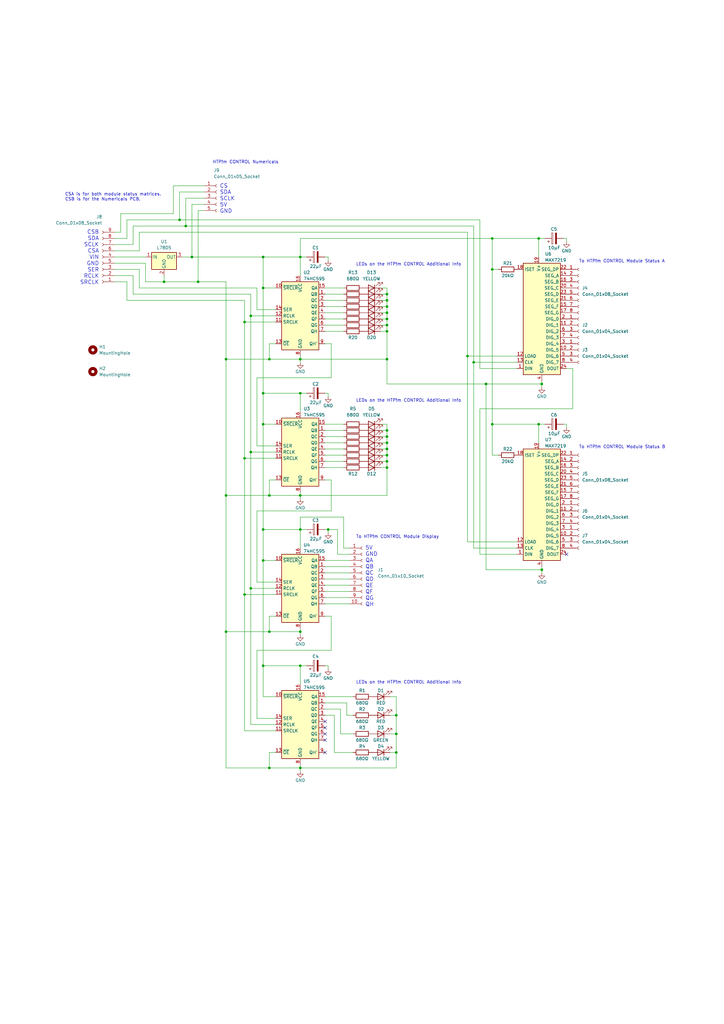
<source format=kicad_sch>
(kicad_sch (version 20230121) (generator eeschema)
  (paper "A3" portrait)
  (title_block (title "HTP!m CONTROL Additional Info") (date "2023-10-14") (rev "1") (company "shawnd.xyz") (comment 2 "circuits as well as maintaining 20 LEDs of its own.") (comment 3 "The HTP!m CONTROL Additional Info circuit controls all the other HTP!m CONTROL display"))
  (lib_symbols
    (symbol "74HC595_1"
      (property "Reference" "U3" (at 1.27 16.51 0))
      (property "Value" "74HC595" (at 1.27 13.97 0))
      (symbol "74HC595_1_1_0"
        (pin tri_state line (at 10.16 7.62 180) (length 2.54) (name "QB") (number "1"))
        (pin input line (at -10.16 10.16 0) (length 2.54) (name "~{SRCLR}") (number "10"))
        (pin input line (at -10.16 -3.81 0) (length 2.54) (name "SRCLK") (number "11"))
        (pin input line (at -10.16 -1.27 0) (length 2.54) (name "RCLK") (number "12"))
        (pin input line (at -10.16 -12.7 0) (length 2.54) (name "~{OE}") (number "13"))
        (pin input line (at -10.16 1.27 0) (length 2.54) (name "SER") (number "14"))
        (pin tri_state line (at 10.16 10.16 180) (length 2.54) (name "QA") (number "15"))
        (pin power_in line (at 0 15.24 270) (length 2.54) (name "VCC") (number "16"))
        (pin tri_state line (at 10.16 5.08 180) (length 2.54) (name "QC") (number "2"))
        (pin tri_state line (at 10.16 2.54 180) (length 2.54) (name "QD") (number "3"))
        (pin tri_state line (at 10.16 0 180) (length 2.54) (name "QE") (number "4"))
        (pin tri_state line (at 10.16 -2.54 180) (length 2.54) (name "QF") (number "5"))
        (pin tri_state line (at 10.16 -5.08 180) (length 2.54) (name "QG") (number "6"))
        (pin tri_state line (at 10.16 -7.62 180) (length 2.54) (name "QH") (number "7"))
        (pin power_in line (at 0 -17.78 90) (length 2.54) (name "GND") (number "8"))
        (pin output line (at 10.16 -12.7 180) (length 2.54) (name "QH'") (number "9"))
      )
    )
    (symbol "Connector:Conn_01x04_Socket" (pin_names (offset 1.016) hide)
      (property "Reference" "J" (at 0 5.08 0))
      (property "Value" "Conn_01x04_Socket" (at 0 -7.62 0))
      (symbol "Conn_01x04_Socket_1_1"
        (pin passive line (at -5.08 2.54 0) (length 3.81) (name "Pin_1") (number "1"))
        (pin passive line (at -5.08 0 0) (length 3.81) (name "Pin_2") (number "2"))
        (pin passive line (at -5.08 -2.54 0) (length 3.81) (name "Pin_3") (number "3"))
        (pin passive line (at -5.08 -5.08 0) (length 3.81) (name "Pin_4") (number "4"))
      )
    )
    (symbol "Connector:Conn_01x05_Socket" (pin_names (offset 1.016) hide)
      (property "Reference" "J" (at 0 7.62 0))
      (property "Value" "Conn_01x05_Socket" (at 0 -7.62 0))
      (symbol "Conn_01x05_Socket_1_1"
        (pin passive line (at -5.08 5.08 0) (length 3.81) (name "Pin_1") (number "1"))
        (pin passive line (at -5.08 2.54 0) (length 3.81) (name "Pin_2") (number "2"))
        (pin passive line (at -5.08 0 0) (length 3.81) (name "Pin_3") (number "3"))
        (pin passive line (at -5.08 -2.54 0) (length 3.81) (name "Pin_4") (number "4"))
        (pin passive line (at -5.08 -5.08 0) (length 3.81) (name "Pin_5") (number "5"))
      )
    )
    (symbol "Connector:Conn_01x08_Socket" (pin_names (offset 1.016) hide)
      (property "Reference" "J" (at 0 10.16 0))
      (property "Value" "Conn_01x08_Socket" (at 0 -12.7 0))
      (symbol "Conn_01x08_Socket_1_1"
        (pin passive line (at -5.08 7.62 0) (length 3.81) (name "Pin_1") (number "1"))
        (pin passive line (at -5.08 5.08 0) (length 3.81) (name "Pin_2") (number "2"))
        (pin passive line (at -5.08 2.54 0) (length 3.81) (name "Pin_3") (number "3"))
        (pin passive line (at -5.08 0 0) (length 3.81) (name "Pin_4") (number "4"))
        (pin passive line (at -5.08 -2.54 0) (length 3.81) (name "Pin_5") (number "5"))
        (pin passive line (at -5.08 -5.08 0) (length 3.81) (name "Pin_6") (number "6"))
        (pin passive line (at -5.08 -7.62 0) (length 3.81) (name "Pin_7") (number "7"))
        (pin passive line (at -5.08 -10.16 0) (length 3.81) (name "Pin_8") (number "8"))
      )
    )
    (symbol "Connector:Conn_01x09_Socket" (pin_names (offset 1.016) hide)
      (property "Reference" "J8" (at 0 -16.51 0))
      (property "Value" "Conn_01x08_Socket" (at 0 -13.97 0))
      (symbol "Conn_01x09_Socket_1_1"
        (pin passive line (at -5.08 10.16 0) (length 3.81) (name "Pin_1") (number "1"))
        (pin passive line (at -5.08 7.62 0) (length 3.81) (name "Pin_2") (number "2"))
        (pin passive line (at -5.08 5.08 0) (length 3.81) (name "Pin_3") (number "3"))
        (pin passive line (at -5.08 0 0) (length 3.81) (name "Pin_4") (number "4"))
        (pin passive line (at -5.08 2.54 0) (length 3.81) (name "Pin_5") (number "5"))
        (pin passive line (at -5.08 -2.54 0) (length 3.81) (name "Pin_6") (number "6"))
        (pin passive line (at -5.08 -5.08 0) (length 3.81) (name "Pin_7") (number "7"))
        (pin passive line (at -5.08 -7.62 0) (length 3.81) (name "Pin_8") (number "8"))
        (pin passive line (at -5.08 -10.16 0) (length 3.81) (name "Pin_9") (number "9"))
      )
    )
    (symbol "Connector:Conn_01x10_Socket" (pin_names (offset 1.016) hide)
      (property "Reference" "J" (at 0 12.7 0))
      (property "Value" "Conn_01x10_Socket" (at 0 -15.24 0))
      (symbol "Conn_01x10_Socket_1_1"
        (pin passive line (at -5.08 10.16 0) (length 3.81) (name "Pin_1") (number "1"))
        (pin passive line (at -5.08 -12.7 0) (length 3.81) (name "Pin_10") (number "10"))
        (pin passive line (at -5.08 7.62 0) (length 3.81) (name "Pin_2") (number "2"))
        (pin passive line (at -5.08 5.08 0) (length 3.81) (name "Pin_3") (number "3"))
        (pin passive line (at -5.08 2.54 0) (length 3.81) (name "Pin_4") (number "4"))
        (pin passive line (at -5.08 0 0) (length 3.81) (name "Pin_5") (number "5"))
        (pin passive line (at -5.08 -2.54 0) (length 3.81) (name "Pin_6") (number "6"))
        (pin passive line (at -5.08 -5.08 0) (length 3.81) (name "Pin_7") (number "7"))
        (pin passive line (at -5.08 -7.62 0) (length 3.81) (name "Pin_8") (number "8"))
        (pin passive line (at -5.08 -10.16 0) (length 3.81) (name "Pin_9") (number "9"))
      )
    )
    (symbol "Device:C_Polarized" (pin_numbers hide) (pin_names (offset 0.254))
      (property "Reference" "C" (at 0.635 2.54 0))
      (property "Value" "C_Polarized" (at 0.635 -2.54 0))
      (symbol "C_Polarized_1_1"
        (pin passive line (at 0 3.81 270) (length 2.794) (name "~") (number "1"))
        (pin passive line (at 0 -3.81 90) (length 2.794) (name "~") (number "2"))
      )
    )
    (symbol "Device:LED" (pin_numbers hide) (pin_names (offset 1.016) hide)
      (property "Reference" "D" (at 0 2.54 0))
      (property "Value" "LED" (at 0 -2.54 0))
      (symbol "LED_1_1"
        (pin passive line (at -3.81 0 0) (length 2.54) (name "K") (number "1"))
        (pin passive line (at 3.81 0 180) (length 2.54) (name "A") (number "2"))
      )
    )
    (symbol "Device:R" (pin_numbers hide) (pin_names (offset 0))
      (property "Reference" "R" (at 2.032 0 90))
      (property "Value" "R" (at 0 0 90))
      (symbol "R_1_1"
        (pin passive line (at 0 3.81 270) (length 1.27) (name "~") (number "1"))
        (pin passive line (at 0 -3.81 90) (length 1.27) (name "~") (number "2"))
      )
    )
    (symbol "Driver_LED:MAX7219"
      (property "Reference" "U7" (at 1.27 26.67 0))
      (property "Value" "MAX7219" (at 1.27 24.13 0))
      (symbol "MAX7219_1_1"
        (pin input line (at -10.16 -20.32 0) (length 2.54) (name "DIN") (number "1"))
        (pin output line (at 10.16 -12.7 180) (length 2.54) (name "DIG_5") (number "10"))
        (pin output line (at 10.16 -2.54 180) (length 2.54) (name "DIG_1") (number "11"))
        (pin input line (at -10.16 -15.24 0) (length 2.54) (name "LOAD") (number "12"))
        (pin input line (at -10.16 -17.78 0) (length 2.54) (name "CLK") (number "13"))
        (pin output line (at 10.16 17.78 180) (length 2.54) (name "SEG_A") (number "14"))
        (pin output line (at 10.16 5.08 180) (length 2.54) (name "SEG_F") (number "15"))
        (pin output line (at 10.16 15.24 180) (length 2.54) (name "SEG_B") (number "16"))
        (pin output line (at 10.16 2.54 180) (length 2.54) (name "SEG_G") (number "17"))
        (pin input line (at -10.16 20.32 0) (length 2.54) (name "ISET") (number "18"))
        (pin power_in line (at -1.27 25.4 270) (length 2.54) (name "V+") (number "19"))
        (pin output line (at 10.16 0 180) (length 2.54) (name "DIG_0") (number "2"))
        (pin output line (at 10.16 12.7 180) (length 2.54) (name "SEG_C") (number "20"))
        (pin output line (at 10.16 7.62 180) (length 2.54) (name "SEG_E") (number "21"))
        (pin output line (at 10.16 20.32 180) (length 2.54) (name "SEG_DP") (number "22"))
        (pin output line (at 10.16 10.16 180) (length 2.54) (name "SEG_D") (number "23"))
        (pin output line (at 10.16 -20.32 180) (length 2.54) (name "DOUT") (number "24"))
        (pin output line (at 10.16 -10.16 180) (length 2.54) (name "DIG_4") (number "3"))
        (pin power_in line (at 0 -25.4 90) (length 2.54) (name "GND") (number "4"))
        (pin output line (at 10.16 -15.24 180) (length 2.54) (name "DIG_6") (number "5"))
        (pin output line (at 10.16 -5.08 180) (length 2.54) (name "DIG_2") (number "6"))
        (pin output line (at 10.16 -7.62 180) (length 2.54) (name "DIG_3") (number "7"))
        (pin output line (at 10.16 -17.78 180) (length 2.54) (name "DIG_7") (number "8"))
        (pin passive line (at 0 -25.4 90) (length 2.54) hide (name "GND") (number "9"))
      )
    )
    (symbol "MAX7219_1"
      (property "Reference" "U6" (at 1.27 26.67 0))
      (property "Value" "MAX7219" (at 1.27 24.13 0))
      (symbol "MAX7219_1_1_1"
        (pin input line (at -10.16 -20.32 0) (length 2.54) (name "DIN") (number "1"))
        (pin output line (at 10.16 -12.7 180) (length 2.54) (name "DIG_5") (number "10"))
        (pin output line (at 10.16 -2.54 180) (length 2.54) (name "DIG_1") (number "11"))
        (pin input line (at -10.16 -15.24 0) (length 2.54) (name "LOAD") (number "12"))
        (pin input line (at -10.16 -17.78 0) (length 2.54) (name "CLK") (number "13"))
        (pin output line (at 10.16 17.78 180) (length 2.54) (name "SEG_A") (number "14"))
        (pin output line (at 10.16 5.08 180) (length 2.54) (name "SEG_F") (number "15"))
        (pin output line (at 10.16 15.24 180) (length 2.54) (name "SEG_B") (number "16"))
        (pin output line (at 10.16 2.54 180) (length 2.54) (name "SEG_G") (number "17"))
        (pin input line (at -10.16 20.32 0) (length 2.54) (name "ISET") (number "18"))
        (pin power_in line (at -1.27 25.4 270) (length 2.54) (name "V+") (number "19"))
        (pin output line (at 10.16 0 180) (length 2.54) (name "DIG_0") (number "2"))
        (pin output line (at 10.16 12.7 180) (length 2.54) (name "SEG_C") (number "20"))
        (pin output line (at 10.16 7.62 180) (length 2.54) (name "SEG_E") (number "21"))
        (pin output line (at 10.16 20.32 180) (length 2.54) (name "SEG_DP") (number "22"))
        (pin output line (at 10.16 10.16 180) (length 2.54) (name "SEG_D") (number "23"))
        (pin output line (at 10.16 -20.32 180) (length 2.54) (name "DOUT") (number "24"))
        (pin output line (at 10.16 -10.16 180) (length 2.54) (name "DIG_4") (number "3"))
        (pin power_in line (at 0 -25.4 90) (length 2.54) (name "GND") (number "4"))
        (pin output line (at 10.16 -15.24 180) (length 2.54) (name "DIG_6") (number "5"))
        (pin output line (at 10.16 -5.08 180) (length 2.54) (name "DIG_2") (number "6"))
        (pin output line (at 10.16 -7.62 180) (length 2.54) (name "DIG_3") (number "7"))
        (pin output line (at 10.16 -17.78 180) (length 2.54) (name "DIG_7") (number "8"))
        (pin passive line (at 0 -25.4 90) (length 2.54) hide (name "GND") (number "9"))
      )
    )
    (symbol "Mechanical:MountingHole" (pin_names (offset 1.016))
      (property "Reference" "H" (at 0 5.08 0))
      (property "Value" "MountingHole" (at 0 3.175 0))
    )
    (symbol "Regulator_Linear:L7805" (pin_names (offset 0.254))
      (property "Reference" "U" (at -3.81 3.175 0))
      (property "Value" "L7805" (at 0 3.175 0))
      (symbol "L7805_1_1"
        (pin power_in line (at -7.62 0 0) (length 2.54) (name "IN") (number "1"))
        (pin power_in line (at 0 -7.62 90) (length 2.54) (name "GND") (number "2"))
        (pin power_out line (at 7.62 0 180) (length 2.54) (name "OUT") (number "3"))
      )
    )
    (symbol "power:GND" (power) (pin_names (offset 0))
      (property "Value" "GND" (at 0 -3.81 0))
      (symbol "GND_1_1"
        (pin power_in line (at 0 0 270) (length 0) hide (name "GND") (number "1"))
      )
    )
  )
  (junction (at 134.62 217.17))
  (junction (at 107.95 217.17))
  (junction (at 100.33 132.08))
  (junction (at 199.39 157.48))
  (junction (at 102.87 241.3))
  (junction (at 78.74 105.41))
  (junction (at 92.71 203.2))
  (junction (at 158.75 176.53))
  (junction (at 110.49 314.96))
  (junction (at 158.75 191.77))
  (junction (at 110.49 203.2))
  (junction (at 162.56 308.61))
  (junction (at 158.75 123.19))
  (junction (at 158.75 135.89))
  (junction (at 222.25 233.68))
  (junction (at 110.49 259.08))
  (junction (at 107.95 229.87))
  (junction (at 222.25 157.48))
  (junction (at 158.75 128.27))
  (junction (at 107.95 173.99))
  (junction (at 107.95 118.11))
  (junction (at 201.93 110.49))
  (junction (at 107.95 105.41))
  (junction (at 194.31 148.59))
  (junction (at 158.75 189.23))
  (junction (at 220.98 97.79))
  (junction (at 123.19 147.32))
  (junction (at 123.19 217.17))
  (junction (at 110.49 147.32))
  (junction (at 107.95 161.29))
  (junction (at 123.19 161.29))
  (junction (at 158.75 186.69))
  (junction (at 100.33 187.96))
  (junction (at 123.19 259.08))
  (junction (at 92.71 147.32))
  (junction (at 81.28 115.57))
  (junction (at 107.95 273.05))
  (junction (at 67.31 115.57))
  (junction (at 201.93 97.79))
  (junction (at 92.71 259.08))
  (junction (at 220.98 173.99))
  (junction (at 100.33 243.84))
  (junction (at 158.75 147.32))
  (junction (at 201.93 173.99))
  (junction (at 102.87 129.54))
  (junction (at 76.2 92.71))
  (junction (at 102.87 185.42))
  (junction (at 162.56 300.99))
  (junction (at 123.19 105.41))
  (junction (at 123.19 314.96))
  (junction (at 191.77 146.05))
  (junction (at 158.75 184.15))
  (junction (at 158.75 120.65))
  (junction (at 158.75 181.61))
  (junction (at 158.75 133.35))
  (junction (at 123.19 273.05))
  (junction (at 162.56 293.37))
  (junction (at 73.66 90.17))
  (junction (at 158.75 130.81))
  (junction (at 158.75 179.07))
  (junction (at 158.75 125.73))
  (junction (at 123.19 203.2))
  (no_connect (at 133.35 308.61))
  (no_connect (at 232.41 227.33))
  (no_connect (at 133.35 303.53))
  (no_connect (at 133.35 295.91))
  (no_connect (at 133.35 300.99))
  (no_connect (at 133.35 298.45))
  (wire (pts (xy 191.77 146.05) (xy 191.77 222.25)))
  (wire (pts (xy 133.35 184.15) (xy 140.97 184.15)))
  (wire (pts (xy 107.95 229.87) (xy 113.03 229.87)))
  (wire (pts (xy 135.89 154.94) (xy 105.41 154.94)))
  (wire (pts (xy 92.71 203.2) (xy 92.71 259.08)))
  (wire (pts (xy 160.02 293.37) (xy 162.56 293.37)))
  (wire (pts (xy 156.21 133.35) (xy 158.75 133.35)))
  (wire (pts (xy 78.74 105.41) (xy 78.74 83.82)))
  (wire (pts (xy 133.35 161.29) (xy 134.62 161.29)))
  (wire (pts (xy 139.7 300.99) (xy 144.78 300.99)))
  (wire (pts (xy 133.35 186.69) (xy 140.97 186.69)))
  (wire (pts (xy 199.39 157.48) (xy 222.25 157.48)))
  (wire (pts (xy 140.97 212.09) (xy 140.97 224.79)))
  (wire (pts (xy 113.03 196.85) (xy 110.49 196.85)))
  (wire (pts (xy 138.43 217.17) (xy 138.43 227.33)))
  (wire (pts (xy 194.31 148.59) (xy 194.31 92.71)))
  (wire (pts (xy 199.39 233.68) (xy 222.25 233.68)))
  (wire (pts (xy 156.21 128.27) (xy 158.75 128.27)))
  (wire (pts (xy 158.75 191.77) (xy 158.75 203.2)))
  (wire (pts (xy 105.41 118.11) (xy 57.15 118.11)))
  (wire (pts (xy 160.02 300.99) (xy 162.56 300.99)))
  (wire (pts (xy 133.35 273.05) (xy 134.62 273.05)))
  (wire (pts (xy 133.35 125.73) (xy 140.97 125.73)))
  (wire (pts (xy 162.56 293.37) (xy 162.56 300.99)))
  (wire (pts (xy 158.75 128.27) (xy 158.75 130.81)))
  (wire (pts (xy 133.35 288.29) (xy 142.24 288.29)))
  (wire (pts (xy 201.93 173.99) (xy 220.98 173.99)))
  (wire (pts (xy 92.71 259.08) (xy 92.71 314.96)))
  (wire (pts (xy 123.19 314.96) (xy 123.19 316.23)))
  (wire (pts (xy 107.95 273.05) (xy 107.95 285.75)))
  (wire (pts (xy 135.89 266.7) (xy 105.41 266.7)))
  (wire (pts (xy 156.21 118.11) (xy 158.75 118.11)))
  (wire (pts (xy 133.35 123.19) (xy 140.97 123.19)))
  (wire (pts (xy 46.99 115.57) (xy 52.07 115.57)))
  (wire (pts (xy 113.03 140.97) (xy 110.49 140.97)))
  (wire (pts (xy 123.19 97.79) (xy 201.93 97.79)))
  (wire (pts (xy 105.41 182.88) (xy 113.03 182.88)))
  (wire (pts (xy 158.75 120.65) (xy 158.75 123.19)))
  (wire (pts (xy 52.07 90.17) (xy 73.66 90.17)))
  (wire (pts (xy 123.19 105.41) (xy 123.19 113.03)))
  (wire (pts (xy 133.35 191.77) (xy 140.97 191.77)))
  (wire (pts (xy 134.62 161.29) (xy 134.62 162.56)))
  (wire (pts (xy 156.21 181.61) (xy 158.75 181.61)))
  (wire (pts (xy 162.56 285.75) (xy 162.56 293.37)))
  (wire (pts (xy 102.87 129.54) (xy 102.87 185.42)))
  (wire (pts (xy 59.69 115.57) (xy 59.69 107.95)))
  (wire (pts (xy 158.75 157.48) (xy 158.75 147.32)))
  (wire (pts (xy 201.93 186.69) (xy 204.47 186.69)))
  (wire (pts (xy 123.19 313.69) (xy 123.19 314.96)))
  (wire (pts (xy 158.75 186.69) (xy 158.75 189.23)))
  (wire (pts (xy 76.2 81.28) (xy 76.2 92.71)))
  (wire (pts (xy 107.95 173.99) (xy 107.95 217.17)))
  (wire (pts (xy 133.35 118.11) (xy 140.97 118.11)))
  (wire (pts (xy 105.41 266.7) (xy 105.41 294.64)))
  (wire (pts (xy 102.87 185.42) (xy 113.03 185.42)))
  (wire (pts (xy 52.07 123.19) (xy 52.07 115.57)))
  (wire (pts (xy 133.35 242.57) (xy 143.51 242.57)))
  (wire (pts (xy 100.33 187.96) (xy 113.03 187.96)))
  (wire (pts (xy 102.87 241.3) (xy 102.87 297.18)))
  (wire (pts (xy 123.19 273.05) (xy 125.73 273.05)))
  (wire (pts (xy 201.93 110.49) (xy 204.47 110.49)))
  (wire (pts (xy 123.19 273.05) (xy 123.19 280.67)))
  (wire (pts (xy 123.19 161.29) (xy 125.73 161.29)))
  (wire (pts (xy 102.87 241.3) (xy 113.03 241.3)))
  (wire (pts (xy 158.75 135.89) (xy 158.75 147.32)))
  (wire (pts (xy 133.35 133.35) (xy 140.97 133.35)))
  (wire (pts (xy 123.19 217.17) (xy 123.19 212.09)))
  (wire (pts (xy 135.89 252.73) (xy 135.89 266.7)))
  (wire (pts (xy 57.15 95.25) (xy 191.77 95.25)))
  (wire (pts (xy 73.66 90.17) (xy 196.85 90.17)))
  (wire (pts (xy 134.62 105.41) (xy 134.62 106.68)))
  (wire (pts (xy 133.35 196.85) (xy 135.89 196.85)))
  (wire (pts (xy 67.31 115.57) (xy 59.69 115.57)))
  (wire (pts (xy 113.03 132.08) (xy 100.33 132.08)))
  (wire (pts (xy 105.41 154.94) (xy 105.41 182.88)))
  (wire (pts (xy 156.21 179.07) (xy 158.75 179.07)))
  (wire (pts (xy 222.25 233.68) (xy 222.25 234.95)))
  (wire (pts (xy 57.15 95.25) (xy 57.15 102.87)))
  (wire (pts (xy 194.31 148.59) (xy 194.31 224.79)))
  (wire (pts (xy 156.21 186.69) (xy 158.75 186.69)))
  (wire (pts (xy 137.16 308.61) (xy 144.78 308.61)))
  (wire (pts (xy 107.95 161.29) (xy 107.95 173.99)))
  (wire (pts (xy 100.33 243.84) (xy 113.03 243.84)))
  (wire (pts (xy 100.33 187.96) (xy 100.33 243.84)))
  (wire (pts (xy 196.85 227.33) (xy 212.09 227.33)))
  (wire (pts (xy 222.25 157.48) (xy 222.25 156.21)))
  (wire (pts (xy 107.95 105.41) (xy 107.95 118.11)))
  (wire (pts (xy 100.33 123.19) (xy 52.07 123.19)))
  (wire (pts (xy 54.61 120.65) (xy 54.61 113.03)))
  (wire (pts (xy 199.39 157.48) (xy 199.39 233.68)))
  (wire (pts (xy 212.09 151.13) (xy 196.85 151.13)))
  (wire (pts (xy 134.62 273.05) (xy 134.62 274.32)))
  (wire (pts (xy 123.19 203.2) (xy 123.19 204.47)))
  (wire (pts (xy 232.41 151.13) (xy 234.95 151.13)))
  (wire (pts (xy 196.85 167.64) (xy 196.85 227.33)))
  (wire (pts (xy 123.19 314.96) (xy 162.56 314.96)))
  (wire (pts (xy 231.14 173.99) (xy 232.41 173.99)))
  (wire (pts (xy 232.41 97.79) (xy 232.41 99.06)))
  (wire (pts (xy 133.35 173.99) (xy 140.97 173.99)))
  (wire (pts (xy 81.28 115.57) (xy 67.31 115.57)))
  (wire (pts (xy 74.93 105.41) (xy 78.74 105.41)))
  (wire (pts (xy 100.33 132.08) (xy 100.33 123.19)))
  (wire (pts (xy 81.28 86.36) (xy 83.82 86.36)))
  (wire (pts (xy 123.19 147.32) (xy 123.19 148.59)))
  (wire (pts (xy 220.98 181.61) (xy 220.98 173.99)))
  (wire (pts (xy 156.21 173.99) (xy 158.75 173.99)))
  (wire (pts (xy 201.93 97.79) (xy 201.93 110.49)))
  (wire (pts (xy 158.75 179.07) (xy 158.75 181.61)))
  (wire (pts (xy 123.19 146.05) (xy 123.19 147.32)))
  (wire (pts (xy 100.33 132.08) (xy 100.33 187.96)))
  (wire (pts (xy 133.35 217.17) (xy 134.62 217.17)))
  (wire (pts (xy 110.49 252.73) (xy 110.49 259.08)))
  (wire (pts (xy 92.71 314.96) (xy 110.49 314.96)))
  (wire (pts (xy 142.24 288.29) (xy 142.24 293.37)))
  (wire (pts (xy 133.35 252.73) (xy 135.89 252.73)))
  (wire (pts (xy 105.41 127) (xy 105.41 118.11)))
  (wire (pts (xy 156.21 120.65) (xy 158.75 120.65)))
  (wire (pts (xy 156.21 176.53) (xy 158.75 176.53)))
  (wire (pts (xy 113.03 308.61) (xy 110.49 308.61)))
  (wire (pts (xy 110.49 147.32) (xy 123.19 147.32)))
  (wire (pts (xy 92.71 115.57) (xy 81.28 115.57)))
  (wire (pts (xy 92.71 147.32) (xy 110.49 147.32)))
  (wire (pts (xy 105.41 238.76) (xy 113.03 238.76)))
  (wire (pts (xy 78.74 105.41) (xy 107.95 105.41)))
  (wire (pts (xy 92.71 259.08) (xy 110.49 259.08)))
  (wire (pts (xy 123.19 257.81) (xy 123.19 259.08)))
  (wire (pts (xy 110.49 140.97) (xy 110.49 147.32)))
  (wire (pts (xy 156.21 130.81) (xy 158.75 130.81)))
  (wire (pts (xy 158.75 189.23) (xy 158.75 191.77)))
  (wire (pts (xy 158.75 147.32) (xy 123.19 147.32)))
  (wire (pts (xy 220.98 105.41) (xy 220.98 97.79)))
  (wire (pts (xy 158.75 157.48) (xy 199.39 157.48)))
  (wire (pts (xy 194.31 224.79) (xy 212.09 224.79)))
  (wire (pts (xy 212.09 148.59) (xy 194.31 148.59)))
  (wire (pts (xy 52.07 90.17) (xy 52.07 97.79)))
  (wire (pts (xy 110.49 203.2) (xy 123.19 203.2)))
  (wire (pts (xy 107.95 118.11) (xy 107.95 161.29)))
  (wire (pts (xy 123.19 161.29) (xy 123.19 168.91)))
  (wire (pts (xy 234.95 151.13) (xy 234.95 167.64)))
  (wire (pts (xy 133.35 234.95) (xy 143.51 234.95)))
  (wire (pts (xy 135.89 196.85) (xy 135.89 209.55)))
  (wire (pts (xy 92.71 203.2) (xy 110.49 203.2)))
  (wire (pts (xy 133.35 181.61) (xy 140.97 181.61)))
  (wire (pts (xy 156.21 135.89) (xy 158.75 135.89)))
  (wire (pts (xy 232.41 173.99) (xy 232.41 175.26)))
  (wire (pts (xy 142.24 293.37) (xy 144.78 293.37)))
  (wire (pts (xy 46.99 102.87) (xy 57.15 102.87)))
  (wire (pts (xy 78.74 83.82) (xy 83.82 83.82)))
  (wire (pts (xy 54.61 92.71) (xy 54.61 100.33)))
  (wire (pts (xy 49.53 87.63) (xy 71.12 87.63)))
  (wire (pts (xy 156.21 123.19) (xy 158.75 123.19)))
  (wire (pts (xy 113.03 127) (xy 105.41 127)))
  (wire (pts (xy 113.03 299.72) (xy 100.33 299.72)))
  (wire (pts (xy 46.99 97.79) (xy 52.07 97.79)))
  (wire (pts (xy 196.85 151.13) (xy 196.85 90.17)))
  (wire (pts (xy 133.35 293.37) (xy 137.16 293.37)))
  (wire (pts (xy 46.99 105.41) (xy 59.69 105.41)))
  (wire (pts (xy 156.21 191.77) (xy 158.75 191.77)))
  (wire (pts (xy 158.75 203.2) (xy 123.19 203.2)))
  (wire (pts (xy 156.21 125.73) (xy 158.75 125.73)))
  (wire (pts (xy 107.95 217.17) (xy 107.95 229.87)))
  (wire (pts (xy 102.87 297.18) (xy 113.03 297.18)))
  (wire (pts (xy 46.99 100.33) (xy 54.61 100.33)))
  (wire (pts (xy 133.35 247.65) (xy 143.51 247.65)))
  (wire (pts (xy 156.21 189.23) (xy 158.75 189.23)))
  (wire (pts (xy 137.16 293.37) (xy 137.16 308.61)))
  (wire (pts (xy 110.49 259.08) (xy 123.19 259.08)))
  (wire (pts (xy 110.49 314.96) (xy 123.19 314.96)))
  (wire (pts (xy 201.93 173.99) (xy 201.93 186.69)))
  (wire (pts (xy 135.89 140.97) (xy 135.89 154.94)))
  (wire (pts (xy 133.35 232.41) (xy 143.51 232.41)))
  (wire (pts (xy 201.93 97.79) (xy 220.98 97.79)))
  (wire (pts (xy 105.41 209.55) (xy 105.41 238.76)))
  (wire (pts (xy 231.14 97.79) (xy 232.41 97.79)))
  (wire (pts (xy 71.12 87.63) (xy 71.12 76.2)))
  (wire (pts (xy 133.35 105.41) (xy 134.62 105.41)))
  (wire (pts (xy 201.93 110.49) (xy 201.93 173.99)))
  (wire (pts (xy 212.09 146.05) (xy 191.77 146.05)))
  (wire (pts (xy 73.66 78.74) (xy 73.66 90.17)))
  (wire (pts (xy 133.35 135.89) (xy 140.97 135.89)))
  (wire (pts (xy 160.02 285.75) (xy 162.56 285.75)))
  (wire (pts (xy 92.71 115.57) (xy 92.71 147.32)))
  (wire (pts (xy 107.95 105.41) (xy 123.19 105.41)))
  (wire (pts (xy 54.61 92.71) (xy 76.2 92.71)))
  (wire (pts (xy 191.77 222.25) (xy 212.09 222.25)))
  (wire (pts (xy 133.35 237.49) (xy 143.51 237.49)))
  (wire (pts (xy 133.35 176.53) (xy 140.97 176.53)))
  (wire (pts (xy 49.53 95.25) (xy 49.53 87.63)))
  (wire (pts (xy 133.35 140.97) (xy 135.89 140.97)))
  (wire (pts (xy 57.15 118.11) (xy 57.15 110.49)))
  (wire (pts (xy 156.21 184.15) (xy 158.75 184.15)))
  (wire (pts (xy 133.35 130.81) (xy 140.97 130.81)))
  (wire (pts (xy 110.49 196.85) (xy 110.49 203.2)))
  (wire (pts (xy 71.12 76.2) (xy 83.82 76.2)))
  (wire (pts (xy 107.95 285.75) (xy 113.03 285.75)))
  (wire (pts (xy 220.98 173.99) (xy 223.52 173.99)))
  (wire (pts (xy 222.25 157.48) (xy 222.25 158.75)))
  (wire (pts (xy 158.75 181.61) (xy 158.75 184.15)))
  (wire (pts (xy 134.62 217.17) (xy 138.43 217.17)))
  (wire (pts (xy 158.75 130.81) (xy 158.75 133.35)))
  (wire (pts (xy 138.43 227.33) (xy 143.51 227.33)))
  (wire (pts (xy 162.56 300.99) (xy 162.56 308.61)))
  (wire (pts (xy 191.77 146.05) (xy 191.77 95.25)))
  (wire (pts (xy 133.35 290.83) (xy 139.7 290.83)))
  (wire (pts (xy 133.35 285.75) (xy 144.78 285.75)))
  (wire (pts (xy 46.99 113.03) (xy 54.61 113.03)))
  (wire (pts (xy 102.87 120.65) (xy 54.61 120.65)))
  (wire (pts (xy 113.03 129.54) (xy 102.87 129.54)))
  (wire (pts (xy 133.35 189.23) (xy 140.97 189.23)))
  (wire (pts (xy 133.35 245.11) (xy 143.51 245.11)))
  (wire (pts (xy 123.19 259.08) (xy 123.19 260.35)))
  (wire (pts (xy 158.75 173.99) (xy 158.75 176.53)))
  (wire (pts (xy 133.35 128.27) (xy 140.97 128.27)))
  (wire (pts (xy 110.49 308.61) (xy 110.49 314.96)))
  (wire (pts (xy 123.19 212.09) (xy 140.97 212.09)))
  (wire (pts (xy 102.87 129.54) (xy 102.87 120.65)))
  (wire (pts (xy 105.41 294.64) (xy 113.03 294.64)))
  (wire (pts (xy 102.87 185.42) (xy 102.87 241.3)))
  (wire (pts (xy 133.35 240.03) (xy 143.51 240.03)))
  (wire (pts (xy 234.95 167.64) (xy 196.85 167.64)))
  (wire (pts (xy 76.2 92.71) (xy 194.31 92.71)))
  (wire (pts (xy 140.97 224.79) (xy 143.51 224.79)))
  (wire (pts (xy 158.75 118.11) (xy 158.75 120.65)))
  (wire (pts (xy 107.95 273.05) (xy 123.19 273.05)))
  (wire (pts (xy 107.95 118.11) (xy 113.03 118.11)))
  (wire (pts (xy 73.66 78.74) (xy 83.82 78.74)))
  (wire (pts (xy 92.71 147.32) (xy 92.71 203.2)))
  (wire (pts (xy 158.75 176.53) (xy 158.75 179.07)))
  (wire (pts (xy 123.19 105.41) (xy 123.19 97.79)))
  (wire (pts (xy 158.75 125.73) (xy 158.75 128.27)))
  (wire (pts (xy 107.95 229.87) (xy 107.95 273.05)))
  (wire (pts (xy 135.89 209.55) (xy 105.41 209.55)))
  (wire (pts (xy 100.33 299.72) (xy 100.33 243.84)))
  (wire (pts (xy 222.25 233.68) (xy 222.25 232.41)))
  (wire (pts (xy 46.99 107.95) (xy 59.69 107.95)))
  (wire (pts (xy 139.7 290.83) (xy 139.7 300.99)))
  (wire (pts (xy 113.03 252.73) (xy 110.49 252.73)))
  (wire (pts (xy 220.98 97.79) (xy 223.52 97.79)))
  (wire (pts (xy 162.56 314.96) (xy 162.56 308.61)))
  (wire (pts (xy 158.75 133.35) (xy 158.75 135.89)))
  (wire (pts (xy 107.95 217.17) (xy 123.19 217.17)))
  (wire (pts (xy 133.35 229.87) (xy 143.51 229.87)))
  (wire (pts (xy 107.95 173.99) (xy 113.03 173.99)))
  (wire (pts (xy 107.95 161.29) (xy 123.19 161.29)))
  (wire (pts (xy 158.75 184.15) (xy 158.75 186.69)))
  (wire (pts (xy 134.62 217.17) (xy 134.62 218.44)))
  (wire (pts (xy 81.28 115.57) (xy 81.28 86.36)))
  (wire (pts (xy 158.75 123.19) (xy 158.75 125.73)))
  (wire (pts (xy 67.31 113.03) (xy 67.31 115.57)))
  (wire (pts (xy 123.19 217.17) (xy 125.73 217.17)))
  (wire (pts (xy 46.99 95.25) (xy 49.53 95.25)))
  (wire (pts (xy 123.19 217.17) (xy 123.19 224.79)))
  (wire (pts (xy 46.99 110.49) (xy 57.15 110.49)))
  (wire (pts (xy 123.19 201.93) (xy 123.19 203.2)))
  (wire (pts (xy 123.19 105.41) (xy 125.73 105.41)))
  (wire (pts (xy 133.35 120.65) (xy 140.97 120.65)))
  (wire (pts (xy 133.35 179.07) (xy 140.97 179.07)))
  (wire (pts (xy 160.02 308.61) (xy 162.56 308.61)))
  (wire (pts (xy 76.2 81.28) (xy 83.82 81.28)))
  (text "LEDs on the HTP!m CONTROL Additional Info" (at 146.05 280.67 0) (effects (font (size 1.27 1.27)) (justify left bottom)))
  (text "To HTP!m CONTROL Module Display" (at 146.05 220.98 0) (effects (font (size 1.27 1.27)) (justify left bottom)))
  (text "CS\nSDA\nSCLK\n5V\nGND" (at 90.17 87.63 0) (effects (font (size 1.6 1.6)) (justify left bottom)))
  (text "LEDs on the HTP!m CONTROL Additional Info" (at 146.05 109.22 0) (effects (font (size 1.27 1.27)) (justify left bottom)))
  (text "To HTP!m CONTROL Module Status A" (at 237.49 107.95 0) (effects (font (size 1.27 1.27)) (justify left bottom)))
  (text "CSA is for both module status matrices.\nCSB is for the Numericals PCB." (at 26.67 82.55 0) (effects (font (size 1.27 1.27)) (justify left bottom)))
  (text "HTP!m CONTROL Numericals" (at 114.3 67.31 0) (effects (font (size 1.27 1.27)) (justify right bottom)))
  (text "5V\nGND\nQA\nQB\nQC\nQD\nQE\nQF\nQG\nQH" (at 149.86 248.92 0) (effects (font (size 1.6 1.6)) (justify left bottom)))
  (text "LEDs on the HTP!m CONTROL Additional Info" (at 146.05 165.1 0) (effects (font (size 1.27 1.27)) (justify left bottom)))
  (text "CSB\nSDA\nSCLK\nCSA\nVIN\nGND\nSER\nRCLK\nSRCLK" (at 40.64 116.84 0) (effects (font (size 1.6 1.6)) (justify right bottom)))
  (text "To HTP!m CONTROL Module Status B" (at 237.49 184.15 0) (effects (font (size 1.27 1.27)) (justify left bottom)))
  (symbol (lib_id "power:GND") (at 134.62 162.56 0) (unit 1)
    (property "Reference" "#PWR04" (effects hide))
    (property "Value" "GND" (at 134.62 166.37 0))
  )
  (symbol (lib_id "Device:LED") (at 156.21 300.99 180) (unit 1)
    (property "Reference" "D3" (at 156.21 298.45 0))
    (property "Value" "GREEN" (at 156.21 303.53 0))
    (property "Footprint" "LED_THT:LED_D5.0mm" (effects hide))
  )
  (symbol (lib_id "Device:LED") (at 152.4 184.15 180) (unit 1)
    (property "Reference" "D9" (effects hide))
    (property "Value" "YELLOW" (effects hide))
    (property "Footprint" "LED_THT:LED_D5.0mm" (effects hide))
  )
  (symbol (lib_id "Device:LED") (at 152.4 191.77 180) (unit 1)
    (property "Reference" "D12" (at 152.4 194.31 0))
    (property "Value" "YELLOW" (effects hide))
    (property "Footprint" "LED_THT:LED_D5.0mm" (effects hide))
  )
  (symbol (lib_id "power:GND") (at 134.62 274.32 0) (unit 1)
    (property "Reference" "#PWR08" (effects hide))
    (property "Value" "GND" (at 134.62 278.13 0))
  )
  (symbol (lib_id "Device:R") (at 144.78 123.19 90) (unit 1)
    (property "Reference" "R15" (effects hide))
    (property "Value" "680Ω" (effects hide))
    (property "Footprint" "Resistor_THT:R_Axial_DIN0204_L3.6mm_D1.6mm_P7.62mm_Horizontal" (effects hide))
  )
  (symbol (lib_name "74HC595_1") (lib_id "74xx:74HC595") (at 123.19 184.15 0) (unit 1)
    (property "Reference" "U3" (at 124.46 167.64 0) (effects (justify left)))
    (property "Value" "74HC595" (at 124.46 170.18 0) (effects (justify left)))
    (property "Footprint" "Package_DIP:DIP-16_W7.62mm_Socket" (effects hide))
    (property "Datasheet" "http://www.ti.com/lit/ds/symlink/sn74hc595.pdf" (effects hide))
  )
  (symbol (lib_id "Device:R") (at 144.78 128.27 90) (unit 1)
    (property "Reference" "R17" (effects hide))
    (property "Value" "680Ω" (effects hide))
    (property "Footprint" "Resistor_THT:R_Axial_DIN0204_L3.6mm_D1.6mm_P7.62mm_Horizontal" (effects hide))
  )
  (symbol (lib_id "Device:R") (at 144.78 179.07 90) (unit 1)
    (property "Reference" "R7" (effects hide))
    (property "Value" "680Ω" (effects hide))
    (property "Footprint" "Resistor_THT:R_Axial_DIN0204_L3.6mm_D1.6mm_P7.62mm_Horizontal" (effects hide))
  )
  (symbol (lib_name "74HC595_1") (lib_id "74xx:74HC595") (at 123.19 240.03 0) (unit 1)
    (property "Reference" "U4" (at 124.46 223.52 0) (effects (justify left)))
    (property "Value" "74HC595" (at 124.46 226.06 0) (effects (justify left)))
    (property "Footprint" "Package_DIP:DIP-16_W7.62mm_Socket" (effects hide))
    (property "Datasheet" "http://www.ti.com/lit/ds/symlink/sn74hc595.pdf" (effects hide))
  )
  (symbol (lib_id "Device:LED") (at 156.21 293.37 180) (unit 1)
    (property "Reference" "D2" (at 156.21 290.83 0))
    (property "Value" "RED" (at 156.21 295.91 0))
    (property "Footprint" "LED_THT:LED_D5.0mm" (effects hide))
  )
  (symbol (lib_id "Device:C_Polarized") (at 129.54 217.17 90) (unit 1)
    (property "Reference" "C3" (at 130.81 213.36 90) (effects (justify left)))
    (property "Value" "22μF" (at 132.08 220.98 90) (effects (justify left)))
    (property "Footprint" "Capacitor_THT:CP_Radial_D4.0mm_P2.00mm" (effects hide))
  )
  (symbol (lib_id "Device:LED") (at 152.4 173.99 180) (unit 1)
    (property "Reference" "D5" (at 152.4 167.64 0))
    (property "Value" "YELLOW" (at 152.4 170.18 0))
    (property "Footprint" "LED_THT:LED_D5.0mm" (effects hide))
  )
  (symbol (lib_id "Device:R") (at 144.78 135.89 90) (unit 1)
    (property "Reference" "R20" (at 144.78 138.43 90))
    (property "Value" "680Ω" (effects hide))
    (property "Footprint" "Resistor_THT:R_Axial_DIN0204_L3.6mm_D1.6mm_P7.62mm_Horizontal" (effects hide))
  )
  (symbol (lib_id "Connector:Conn_01x08_Socket") (at 237.49 194.31 0) (unit 1)
    (property "Reference" "J5" (at 238.76 194.31 0) (effects (justify left)))
    (property "Value" "Conn_01x08_Socket" (at 238.76 196.85 0) (effects (justify left)))
    (property "Footprint" "Connector_PinHeader_2.00mm:PinHeader_1x08_P2.00mm_Vertical" (effects hide))
  )
  (symbol (lib_id "Device:R") (at 208.28 110.49 90) (unit 1)
    (property "Reference" "R21" (at 208.28 107.95 90))
    (property "Value" "20kΩ" (at 208.28 113.03 90))
    (property "Footprint" "Resistor_THT:R_Axial_DIN0204_L3.6mm_D1.6mm_P7.62mm_Horizontal" (effects hide))
  )
  (symbol (lib_id "Connector:Conn_01x05_Socket") (at 88.9 81.28 0) (unit 1)
    (property "Reference" "J9" (at 87.63 69.85 0) (effects (justify left)))
    (property "Value" "Conn_01x05_Socket" (at 87.63 72.39 0) (effects (justify left)))
    (property "Footprint" "Connector_PinHeader_2.00mm:PinHeader_1x05_P2.00mm_Vertical" (effects hide))
  )
  (symbol (lib_id "Device:R") (at 144.78 118.11 90) (unit 1)
    (property "Reference" "R13" (at 144.78 111.76 90))
    (property "Value" "680Ω" (at 144.78 114.3 90))
    (property "Footprint" "Resistor_THT:R_Axial_DIN0204_L3.6mm_D1.6mm_P7.62mm_Horizontal" (effects hide))
  )
  (symbol (lib_id "Device:LED") (at 152.4 181.61 180) (unit 1)
    (property "Reference" "D8" (effects hide))
    (property "Value" "YELLOW" (effects hide))
    (property "Footprint" "LED_THT:LED_D5.0mm" (effects hide))
  )
  (symbol (lib_id "Device:LED") (at 156.21 308.61 180) (unit 1)
    (property "Reference" "D4" (at 156.21 306.07 0))
    (property "Value" "YELLOW" (at 156.21 311.15 0))
    (property "Footprint" "LED_THT:LED_D5.0mm" (effects hide))
  )
  (symbol (lib_id "Device:LED") (at 156.21 285.75 180) (unit 1)
    (property "Reference" "D1" (at 156.21 283.21 0))
    (property "Value" "RED" (at 156.21 288.29 0))
    (property "Footprint" "LED_THT:LED_D5.0mm" (effects hide))
  )
  (symbol (lib_id "Driver_LED:MAX7219") (at 222.25 207.01 0) (unit 1)
    (property "Reference" "U7" (at 223.52 180.34 0) (effects (justify left)))
    (property "Value" "MAX7219" (at 223.52 182.88 0) (effects (justify left)))
    (property "Footprint" "Package_DIP:DIP-24_W7.62mm_Socket" (effects hide))
    (property "Datasheet" "https://datasheets.maximintegrated.com/en/ds/MAX7219-MAX7221.pdf" (effects hide))
  )
  (symbol (lib_id "power:GND") (at 134.62 106.68 0) (unit 1)
    (property "Reference" "#PWR01" (effects hide))
    (property "Value" "GND" (at 134.62 110.49 0))
  )
  (symbol (lib_id "Device:R") (at 144.78 181.61 90) (unit 1)
    (property "Reference" "R8" (effects hide))
    (property "Value" "680Ω" (effects hide))
    (property "Footprint" "Resistor_THT:R_Axial_DIN0204_L3.6mm_D1.6mm_P7.62mm_Horizontal" (effects hide))
  )
  (symbol (lib_id "Device:LED") (at 152.4 120.65 180) (unit 1)
    (property "Reference" "D14" (effects hide))
    (property "Value" "YELLOW" (effects hide))
    (property "Footprint" "LED_THT:LED_D5.0mm" (effects hide))
  )
  (symbol (lib_id "power:GND") (at 222.25 158.75 0) (unit 1)
    (property "Reference" "#PWR011" (effects hide))
    (property "Value" "GND" (at 222.25 162.56 0))
  )
  (symbol (lib_id "Device:R") (at 144.78 125.73 90) (unit 1)
    (property "Reference" "R16" (effects hide))
    (property "Value" "680Ω" (effects hide))
    (property "Footprint" "Resistor_THT:R_Axial_DIN0204_L3.6mm_D1.6mm_P7.62mm_Horizontal" (effects hide))
  )
  (symbol (lib_id "Connector:Conn_01x04_Socket") (at 237.49 143.51 0) (unit 1)
    (property "Reference" "J3" (at 238.76 143.51 0) (effects (justify left)))
    (property "Value" "Conn_01x04_Socket" (at 238.76 146.05 0) (effects (justify left)))
    (property "Footprint" "Connector_PinHeader_2.00mm:PinHeader_1x04_P2.00mm_Vertical" (effects hide))
  )
  (symbol (lib_id "Device:R") (at 144.78 176.53 90) (unit 1)
    (property "Reference" "R6" (effects hide))
    (property "Value" "680Ω" (effects hide))
    (property "Footprint" "Resistor_THT:R_Axial_DIN0204_L3.6mm_D1.6mm_P7.62mm_Horizontal" (effects hide))
  )
  (symbol (lib_id "Device:R") (at 148.59 300.99 90) (unit 1)
    (property "Reference" "R3" (at 148.59 298.45 90))
    (property "Value" "680Ω" (at 148.59 303.53 90))
    (property "Footprint" "Resistor_THT:R_Axial_DIN0204_L3.6mm_D1.6mm_P7.62mm_Horizontal" (effects hide))
  )
  (symbol (lib_name "74HC595_1") (lib_id "74xx:74HC595") (at 123.19 128.27 0) (unit 1)
    (property "Reference" "U2" (at 124.46 111.76 0) (effects (justify left)))
    (property "Value" "74HC595" (at 124.46 114.3 0) (effects (justify left)))
    (property "Footprint" "Package_DIP:DIP-16_W7.62mm_Socket" (effects hide))
    (property "Datasheet" "http://www.ti.com/lit/ds/symlink/sn74hc595.pdf" (effects hide))
  )
  (symbol (lib_id "Device:LED") (at 152.4 123.19 180) (unit 1)
    (property "Reference" "D15" (effects hide))
    (property "Value" "YELLOW" (effects hide))
    (property "Footprint" "LED_THT:LED_D5.0mm" (effects hide))
  )
  (symbol (lib_id "Device:C_Polarized") (at 129.54 105.41 90) (unit 1)
    (property "Reference" "C1" (at 130.81 101.6 90) (effects (justify left)))
    (property "Value" "22μF" (at 132.08 109.22 90) (effects (justify left)))
    (property "Footprint" "Capacitor_THT:CP_Radial_D4.0mm_P2.00mm" (effects hide))
  )
  (symbol (lib_id "Device:LED") (at 152.4 118.11 180) (unit 1)
    (property "Reference" "D13" (at 152.4 111.76 0))
    (property "Value" "YELLOW" (at 152.4 114.3 0))
    (property "Footprint" "LED_THT:LED_D5.0mm" (effects hide))
  )
  (symbol (lib_id "Device:R") (at 148.59 285.75 90) (unit 1)
    (property "Reference" "R1" (at 148.59 283.21 90))
    (property "Value" "680Ω" (at 148.59 288.29 90))
    (property "Footprint" "Resistor_THT:R_Axial_DIN0204_L3.6mm_D1.6mm_P7.62mm_Horizontal" (effects hide))
  )
  (symbol (lib_id "Device:R") (at 144.78 186.69 90) (unit 1)
    (property "Reference" "R10" (effects hide))
    (property "Value" "680Ω" (effects hide))
    (property "Footprint" "Resistor_THT:R_Axial_DIN0204_L3.6mm_D1.6mm_P7.62mm_Horizontal" (effects hide))
  )
  (symbol (lib_id "Device:LED") (at 152.4 135.89 180) (unit 1)
    (property "Reference" "D20" (at 152.4 138.43 0))
    (property "Value" "YELLOW" (effects hide))
    (property "Footprint" "LED_THT:LED_D5.0mm" (effects hide))
  )
  (symbol (lib_id "Device:R") (at 144.78 130.81 90) (unit 1)
    (property "Reference" "R18" (effects hide))
    (property "Value" "680Ω" (effects hide))
    (property "Footprint" "Resistor_THT:R_Axial_DIN0204_L3.6mm_D1.6mm_P7.62mm_Horizontal" (effects hide))
  )
  (symbol (lib_id "power:GND") (at 222.25 234.95 0) (unit 1)
    (property "Reference" "#PWR012" (effects hide))
    (property "Value" "GND" (at 222.25 238.76 0))
  )
  (symbol (lib_name "MAX7219_1") (lib_id "Driver_LED:MAX7219") (at 222.25 130.81 0) (unit 1)
    (property "Reference" "U6" (at 223.52 104.14 0) (effects (justify left)))
    (property "Value" "MAX7219" (at 223.52 106.68 0) (effects (justify left)))
    (property "Footprint" "Package_DIP:DIP-24_W7.62mm_Socket" (effects hide))
    (property "Datasheet" "https://datasheets.maximintegrated.com/en/ds/MAX7219-MAX7221.pdf" (effects hide))
  )
  (symbol (lib_id "Device:LED") (at 152.4 186.69 180) (unit 1)
    (property "Reference" "D10" (effects hide))
    (property "Value" "YELLOW" (effects hide))
    (property "Footprint" "LED_THT:LED_D5.0mm" (effects hide))
  )
  (symbol (lib_id "Device:R") (at 144.78 173.99 90) (unit 1)
    (property "Reference" "R5" (at 144.78 167.64 90))
    (property "Value" "680Ω" (at 144.78 170.18 90))
    (property "Footprint" "Resistor_THT:R_Axial_DIN0204_L3.6mm_D1.6mm_P7.62mm_Horizontal" (effects hide))
  )
  (symbol (lib_id "Device:C_Polarized") (at 227.33 173.99 90) (unit 1)
    (property "Reference" "C6" (at 228.6 170.18 90) (effects (justify left)))
    (property "Value" "10μF" (at 229.87 177.8 90) (effects (justify left)))
    (property "Footprint" "Capacitor_THT:CP_Radial_D4.0mm_P2.00mm" (effects hide))
  )
  (symbol (lib_id "Connector:Conn_01x08_Socket") (at 237.49 118.11 0) (unit 1)
    (property "Reference" "J4" (at 238.76 118.11 0) (effects (justify left)))
    (property "Value" "Conn_01x08_Socket" (at 238.76 120.65 0) (effects (justify left)))
    (property "Footprint" "Connector_PinHeader_2.00mm:PinHeader_1x08_P2.00mm_Vertical" (effects hide))
  )
  (symbol (lib_id "power:GND") (at 232.41 99.06 0) (unit 1)
    (property "Reference" "#PWR09" (effects hide))
    (property "Value" "GND" (at 232.41 102.87 0))
  )
  (symbol (lib_id "Connector:Conn_01x04_Socket") (at 237.49 219.71 0) (unit 1)
    (property "Reference" "J7" (at 238.76 219.71 0) (effects (justify left)))
    (property "Value" "Conn_01x04_Socket" (at 238.76 222.25 0) (effects (justify left)))
    (property "Footprint" "Connector_PinHeader_2.00mm:PinHeader_1x04_P2.00mm_Vertical" (effects hide))
  )
  (symbol (lib_id "Device:R") (at 148.59 293.37 90) (unit 1)
    (property "Reference" "R2" (at 148.59 290.83 90))
    (property "Value" "680Ω" (at 148.59 295.91 90))
    (property "Footprint" "Resistor_THT:R_Axial_DIN0204_L3.6mm_D1.6mm_P7.62mm_Horizontal" (effects hide))
  )
  (symbol (lib_id "power:GND") (at 123.19 260.35 0) (unit 1)
    (property "Reference" "#PWR05" (effects hide))
    (property "Value" "GND" (at 123.19 264.16 0))
  )
  (symbol (lib_id "Device:LED") (at 152.4 133.35 180) (unit 1)
    (property "Reference" "D19" (effects hide))
    (property "Value" "YELLOW" (effects hide))
    (property "Footprint" "LED_THT:LED_D5.0mm" (effects hide))
  )
  (symbol (lib_id "Connector:Conn_01x10_Socket") (at 148.59 234.95 0) (unit 1)
    (property "Reference" "J1" (at 154.94 233.68 0) (effects (justify left)))
    (property "Value" "Conn_01x10_Socket" (at 154.94 236.22 0) (effects (justify left)))
    (property "Footprint" "Connector_PinHeader_2.00mm:PinHeader_1x10_P2.00mm_Vertical" (effects hide))
  )
  (symbol (lib_id "Device:LED") (at 152.4 176.53 180) (unit 1)
    (property "Reference" "D6" (effects hide))
    (property "Value" "YELLOW" (effects hide))
    (property "Footprint" "LED_THT:LED_D5.0mm" (effects hide))
  )
  (symbol (lib_id "Device:C_Polarized") (at 129.54 273.05 90) (unit 1)
    (property "Reference" "C4" (at 130.81 269.24 90) (effects (justify left)))
    (property "Value" "22μF" (at 132.08 276.86 90) (effects (justify left)))
    (property "Footprint" "Capacitor_THT:CP_Radial_D4.0mm_P2.00mm" (effects hide))
  )
  (symbol (lib_id "Connector:Conn_01x04_Socket") (at 237.49 133.35 0) (unit 1)
    (property "Reference" "J2" (at 238.76 133.35 0) (effects (justify left)))
    (property "Value" "Conn_01x04_Socket" (at 238.76 135.89 0) (effects (justify left)))
    (property "Footprint" "Connector_PinHeader_2.00mm:PinHeader_1x04_P2.00mm_Vertical" (effects hide))
  )
  (symbol (lib_id "Device:R") (at 208.28 186.69 90) (unit 1)
    (property "Reference" "R22" (at 208.28 184.15 90))
    (property "Value" "20kΩ" (at 208.28 189.23 90))
    (property "Footprint" "Resistor_THT:R_Axial_DIN0204_L3.6mm_D1.6mm_P7.62mm_Horizontal" (effects hide))
  )
  (symbol (lib_id "power:GND") (at 232.41 175.26 0) (unit 1)
    (property "Reference" "#PWR010" (effects hide))
    (property "Value" "GND" (at 232.41 179.07 0))
  )
  (symbol (lib_id "Device:LED") (at 152.4 125.73 180) (unit 1)
    (property "Reference" "D16" (effects hide))
    (property "Value" "YELLOW" (effects hide))
    (property "Footprint" "LED_THT:LED_D5.0mm" (effects hide))
  )
  (symbol (lib_id "Mechanical:MountingHole") (at 38.1 152.4 0) (unit 1)
    (property "Reference" "H2" (at 40.64 151.13 0) (effects (justify left)))
    (property "Value" "MountingHole" (at 40.64 153.67 0) (effects (justify left)))
    (property "Footprint" "MountingHole:MountingHole_2.5mm" (effects hide))
  )
  (symbol (lib_id "power:GND") (at 134.62 218.44 0) (unit 1)
    (property "Reference" "#PWR06" (effects hide))
    (property "Value" "GND" (at 134.62 222.25 0))
  )
  (symbol (lib_id "Device:R") (at 144.78 120.65 90) (unit 1)
    (property "Reference" "R14" (effects hide))
    (property "Value" "680Ω" (effects hide))
    (property "Footprint" "Resistor_THT:R_Axial_DIN0204_L3.6mm_D1.6mm_P7.62mm_Horizontal" (effects hide))
  )
  (symbol (lib_id "Device:R") (at 144.78 184.15 90) (unit 1)
    (property "Reference" "R9" (effects hide))
    (property "Value" "680Ω" (effects hide))
    (property "Footprint" "Resistor_THT:R_Axial_DIN0204_L3.6mm_D1.6mm_P7.62mm_Horizontal" (effects hide))
  )
  (symbol (lib_id "Device:LED") (at 152.4 128.27 180) (unit 1)
    (property "Reference" "D17" (effects hide))
    (property "Value" "YELLOW" (effects hide))
    (property "Footprint" "LED_THT:LED_D5.0mm" (effects hide))
  )
  (symbol (lib_id "Regulator_Linear:L7805") (at 67.31 105.41 0) (unit 1)
    (property "Reference" "U1" (at 67.31 99.06 0))
    (property "Value" "L7805" (at 67.31 101.6 0))
    (property "Footprint" "Package_TO_SOT_THT:TO-220-3_Horizontal_TabDown" (effects hide))
    (property "Datasheet" "http://www.st.com/content/ccc/resource/technical/document/datasheet/41/4f/b3/b0/12/d4/47/88/CD00000444.pdf/files/CD00000444.pdf/jcr:content/translations/en.CD00000444.pdf" (effects hide))
  )
  (symbol (lib_id "Device:C_Polarized") (at 227.33 97.79 90) (unit 1)
    (property "Reference" "C5" (at 228.6 93.98 90) (effects (justify left)))
    (property "Value" "10μF" (at 229.87 101.6 90) (effects (justify left)))
    (property "Footprint" "Capacitor_THT:CP_Radial_D4.0mm_P2.00mm" (effects hide))
  )
  (symbol (lib_id "Connector:Conn_01x04_Socket") (at 237.49 209.55 0) (unit 1)
    (property "Reference" "J6" (at 238.76 209.55 0) (effects (justify left)))
    (property "Value" "Conn_01x04_Socket" (at 238.76 212.09 0) (effects (justify left)))
    (property "Footprint" "Connector_PinHeader_2.00mm:PinHeader_1x04_P2.00mm_Vertical" (effects hide))
  )
  (symbol (lib_id "Device:R") (at 144.78 133.35 90) (unit 1)
    (property "Reference" "R19" (effects hide))
    (property "Value" "680Ω" (effects hide))
    (property "Footprint" "Resistor_THT:R_Axial_DIN0204_L3.6mm_D1.6mm_P7.62mm_Horizontal" (effects hide))
  )
  (symbol (lib_id "power:GND") (at 123.19 204.47 0) (unit 1)
    (property "Reference" "#PWR03" (effects hide))
    (property "Value" "GND" (at 123.19 208.28 0))
  )
  (symbol (lib_name "74HC595_1") (lib_id "74xx:74HC595") (at 123.19 295.91 0) (unit 1)
    (property "Reference" "U5" (at 124.46 279.4 0) (effects (justify left)))
    (property "Value" "74HC595" (at 124.46 281.94 0) (effects (justify left)))
    (property "Footprint" "Package_DIP:DIP-16_W7.62mm_Socket" (effects hide))
    (property "Datasheet" "http://www.ti.com/lit/ds/symlink/sn74hc595.pdf" (effects hide))
  )
  (symbol (lib_id "Device:C_Polarized") (at 129.54 161.29 90) (unit 1)
    (property "Reference" "C2" (at 130.81 157.48 90) (effects (justify left)))
    (property "Value" "22μF" (at 132.08 165.1 90) (effects (justify left)))
    (property "Footprint" "Capacitor_THT:CP_Radial_D4.0mm_P2.00mm" (effects hide))
  )
  (symbol (lib_id "Connector:Conn_01x09_Socket") (at 41.91 105.41 180) (unit 1)
    (property "Reference" "J8" (at 41.91 88.9 0) (effects (justify left)))
    (property "Value" "Conn_01x08_Socket" (at 41.91 91.44 0) (effects (justify left)))
    (property "Footprint" "Connector_PinHeader_2.00mm:PinHeader_1x09_P2.00mm_Vertical" (effects hide))
  )
  (symbol (lib_id "Device:LED") (at 152.4 130.81 180) (unit 1)
    (property "Reference" "D18" (effects hide))
    (property "Value" "YELLOW" (effects hide))
    (property "Footprint" "LED_THT:LED_D5.0mm" (effects hide))
  )
  (symbol (lib_id "power:GND") (at 123.19 148.59 0) (unit 1)
    (property "Reference" "#PWR02" (effects hide))
    (property "Value" "GND" (at 123.19 152.4 0))
  )
  (symbol (lib_id "Device:R") (at 144.78 191.77 90) (unit 1)
    (property "Reference" "R12" (at 144.78 194.31 90))
    (property "Value" "680Ω" (effects hide))
    (property "Footprint" "Resistor_THT:R_Axial_DIN0204_L3.6mm_D1.6mm_P7.62mm_Horizontal" (effects hide))
  )
  (symbol (lib_id "Device:R") (at 144.78 189.23 90) (unit 1)
    (property "Reference" "R11" (effects hide))
    (property "Value" "680Ω" (effects hide))
    (property "Footprint" "Resistor_THT:R_Axial_DIN0204_L3.6mm_D1.6mm_P7.62mm_Horizontal" (effects hide))
  )
  (symbol (lib_id "Device:LED") (at 152.4 189.23 180) (unit 1)
    (property "Reference" "D11" (effects hide))
    (property "Value" "YELLOW" (effects hide))
    (property "Footprint" "LED_THT:LED_D5.0mm" (effects hide))
  )
  (symbol (lib_id "Device:LED") (at 152.4 179.07 180) (unit 1)
    (property "Reference" "D7" (effects hide))
    (property "Value" "YELLOW" (effects hide))
    (property "Footprint" "LED_THT:LED_D5.0mm" (effects hide))
  )
  (symbol (lib_id "Mechanical:MountingHole") (at 38.1 143.51 0) (unit 1)
    (property "Reference" "H1" (at 40.64 142.24 0) (effects (justify left)))
    (property "Value" "MountingHole" (at 40.64 144.78 0) (effects (justify left)))
    (property "Footprint" "MountingHole:MountingHole_2.5mm" (effects hide))
  )
  (symbol (lib_id "Device:R") (at 148.59 308.61 90) (unit 1)
    (property "Reference" "R4" (at 148.59 306.07 90))
    (property "Value" "680Ω" (at 148.59 311.15 90))
    (property "Footprint" "Resistor_THT:R_Axial_DIN0204_L3.6mm_D1.6mm_P7.62mm_Horizontal" (effects hide))
  )
  (symbol (lib_id "power:GND") (at 123.19 316.23 0) (unit 1)
    (property "Reference" "#PWR07" (effects hide))
    (property "Value" "GND" (at 123.19 320.04 0))
  )
)
</source>
